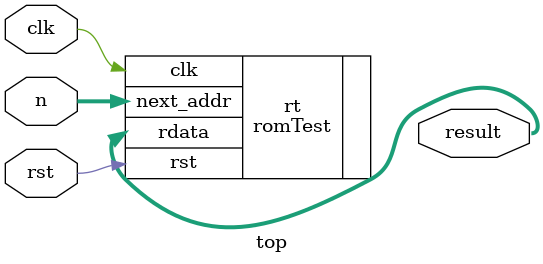
<source format=v>
`timescale 1ns / 1ps


module top(
    input clk,
    input rst,
    input [3:0] n,
    output [11:0] result
    );
    romTest rt(.clk(clk),.rst(rst),.next_addr(n),.rdata(result));
endmodule

</source>
